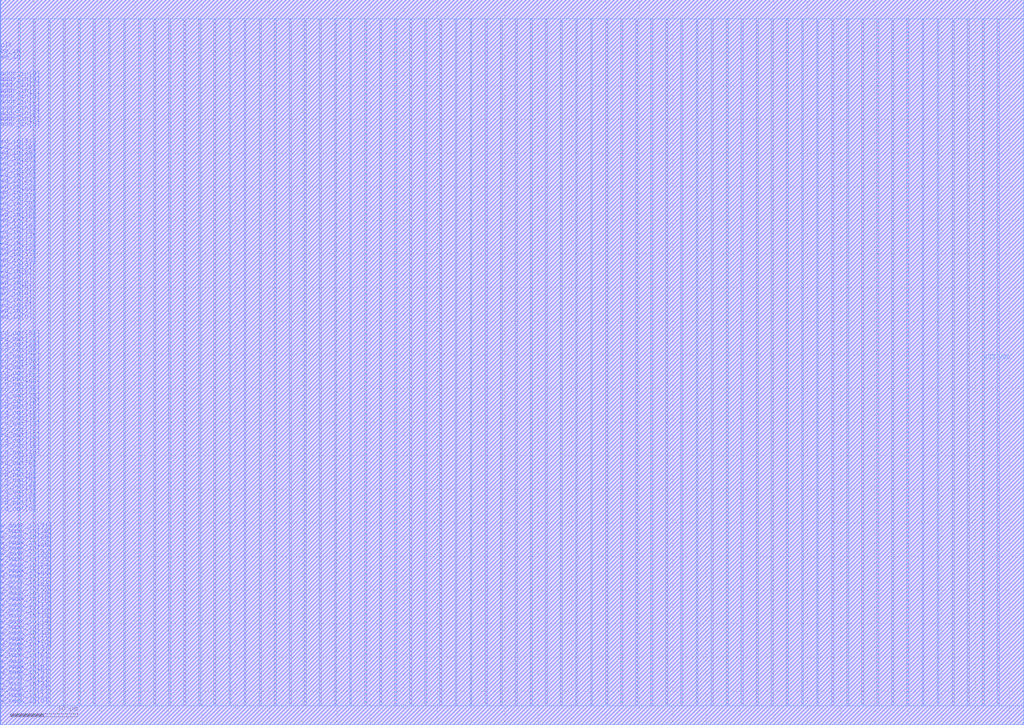
<source format=lef>
VERSION 5.7 ;
BUSBITCHARS "[]" ;
MACRO fakeram45_1024x32_bottom
  FOREIGN fakeram45_1024x32_bottom 0 0 ;
  SYMMETRY X Y R90 ;
  SIZE 152.190 BY 107.800 ;
  CLASS BLOCK ;
  PIN w_mask_in[0]
    DIRECTION INPUT ;
    USE SIGNAL ;
    SHAPE ABUTMENT ;
    PORT
      LAYER metal3 ;
      RECT 0.000 2.800 0.070 2.870 ;
    END
  END w_mask_in[0]
  PIN w_mask_in[1]
    DIRECTION INPUT ;
    USE SIGNAL ;
    SHAPE ABUTMENT ;
    PORT
      LAYER metal3 ;
      RECT 0.000 3.640 0.070 3.710 ;
    END
  END w_mask_in[1]
  PIN w_mask_in[2]
    DIRECTION INPUT ;
    USE SIGNAL ;
    SHAPE ABUTMENT ;
    PORT
      LAYER metal3 ;
      RECT 0.000 4.480 0.070 4.550 ;
    END
  END w_mask_in[2]
  PIN w_mask_in[3]
    DIRECTION INPUT ;
    USE SIGNAL ;
    SHAPE ABUTMENT ;
    PORT
      LAYER metal3 ;
      RECT 0.000 5.320 0.070 5.390 ;
    END
  END w_mask_in[3]
  PIN w_mask_in[4]
    DIRECTION INPUT ;
    USE SIGNAL ;
    SHAPE ABUTMENT ;
    PORT
      LAYER metal3 ;
      RECT 0.000 6.160 0.070 6.230 ;
    END
  END w_mask_in[4]
  PIN w_mask_in[5]
    DIRECTION INPUT ;
    USE SIGNAL ;
    SHAPE ABUTMENT ;
    PORT
      LAYER metal3 ;
      RECT 0.000 7.000 0.070 7.070 ;
    END
  END w_mask_in[5]
  PIN w_mask_in[6]
    DIRECTION INPUT ;
    USE SIGNAL ;
    SHAPE ABUTMENT ;
    PORT
      LAYER metal3 ;
      RECT 0.000 7.840 0.070 7.910 ;
    END
  END w_mask_in[6]
  PIN w_mask_in[7]
    DIRECTION INPUT ;
    USE SIGNAL ;
    SHAPE ABUTMENT ;
    PORT
      LAYER metal3 ;
      RECT 0.000 8.680 0.070 8.750 ;
    END
  END w_mask_in[7]
  PIN w_mask_in[8]
    DIRECTION INPUT ;
    USE SIGNAL ;
    SHAPE ABUTMENT ;
    PORT
      LAYER metal3 ;
      RECT 0.000 9.520 0.070 9.590 ;
    END
  END w_mask_in[8]
  PIN w_mask_in[9]
    DIRECTION INPUT ;
    USE SIGNAL ;
    SHAPE ABUTMENT ;
    PORT
      LAYER metal3 ;
      RECT 0.000 10.360 0.070 10.430 ;
    END
  END w_mask_in[9]
  PIN w_mask_in[10]
    DIRECTION INPUT ;
    USE SIGNAL ;
    SHAPE ABUTMENT ;
    PORT
      LAYER metal3 ;
      RECT 0.000 11.200 0.070 11.270 ;
    END
  END w_mask_in[10]
  PIN w_mask_in[11]
    DIRECTION INPUT ;
    USE SIGNAL ;
    SHAPE ABUTMENT ;
    PORT
      LAYER metal3 ;
      RECT 0.000 12.040 0.070 12.110 ;
    END
  END w_mask_in[11]
  PIN w_mask_in[12]
    DIRECTION INPUT ;
    USE SIGNAL ;
    SHAPE ABUTMENT ;
    PORT
      LAYER metal3 ;
      RECT 0.000 12.880 0.070 12.950 ;
    END
  END w_mask_in[12]
  PIN w_mask_in[13]
    DIRECTION INPUT ;
    USE SIGNAL ;
    SHAPE ABUTMENT ;
    PORT
      LAYER metal3 ;
      RECT 0.000 13.720 0.070 13.790 ;
    END
  END w_mask_in[13]
  PIN w_mask_in[14]
    DIRECTION INPUT ;
    USE SIGNAL ;
    SHAPE ABUTMENT ;
    PORT
      LAYER metal3 ;
      RECT 0.000 14.560 0.070 14.630 ;
    END
  END w_mask_in[14]
  PIN w_mask_in[15]
    DIRECTION INPUT ;
    USE SIGNAL ;
    SHAPE ABUTMENT ;
    PORT
      LAYER metal3 ;
      RECT 0.000 15.400 0.070 15.470 ;
    END
  END w_mask_in[15]
  PIN w_mask_in[16]
    DIRECTION INPUT ;
    USE SIGNAL ;
    SHAPE ABUTMENT ;
    PORT
      LAYER metal3 ;
      RECT 0.000 16.240 0.070 16.310 ;
    END
  END w_mask_in[16]
  PIN w_mask_in[17]
    DIRECTION INPUT ;
    USE SIGNAL ;
    SHAPE ABUTMENT ;
    PORT
      LAYER metal3 ;
      RECT 0.000 17.080 0.070 17.150 ;
    END
  END w_mask_in[17]
  PIN w_mask_in[18]
    DIRECTION INPUT ;
    USE SIGNAL ;
    SHAPE ABUTMENT ;
    PORT
      LAYER metal3 ;
      RECT 0.000 17.920 0.070 17.990 ;
    END
  END w_mask_in[18]
  PIN w_mask_in[19]
    DIRECTION INPUT ;
    USE SIGNAL ;
    SHAPE ABUTMENT ;
    PORT
      LAYER metal3 ;
      RECT 0.000 18.760 0.070 18.830 ;
    END
  END w_mask_in[19]
  PIN w_mask_in[20]
    DIRECTION INPUT ;
    USE SIGNAL ;
    SHAPE ABUTMENT ;
    PORT
      LAYER metal3 ;
      RECT 0.000 19.600 0.070 19.670 ;
    END
  END w_mask_in[20]
  PIN w_mask_in[21]
    DIRECTION INPUT ;
    USE SIGNAL ;
    SHAPE ABUTMENT ;
    PORT
      LAYER metal3 ;
      RECT 0.000 20.440 0.070 20.510 ;
    END
  END w_mask_in[21]
  PIN w_mask_in[22]
    DIRECTION INPUT ;
    USE SIGNAL ;
    SHAPE ABUTMENT ;
    PORT
      LAYER metal3 ;
      RECT 0.000 21.280 0.070 21.350 ;
    END
  END w_mask_in[22]
  PIN w_mask_in[23]
    DIRECTION INPUT ;
    USE SIGNAL ;
    SHAPE ABUTMENT ;
    PORT
      LAYER metal3 ;
      RECT 0.000 22.120 0.070 22.190 ;
    END
  END w_mask_in[23]
  PIN w_mask_in[24]
    DIRECTION INPUT ;
    USE SIGNAL ;
    SHAPE ABUTMENT ;
    PORT
      LAYER metal3 ;
      RECT 0.000 22.960 0.070 23.030 ;
    END
  END w_mask_in[24]
  PIN w_mask_in[25]
    DIRECTION INPUT ;
    USE SIGNAL ;
    SHAPE ABUTMENT ;
    PORT
      LAYER metal3 ;
      RECT 0.000 23.800 0.070 23.870 ;
    END
  END w_mask_in[25]
  PIN w_mask_in[26]
    DIRECTION INPUT ;
    USE SIGNAL ;
    SHAPE ABUTMENT ;
    PORT
      LAYER metal3 ;
      RECT 0.000 24.640 0.070 24.710 ;
    END
  END w_mask_in[26]
  PIN w_mask_in[27]
    DIRECTION INPUT ;
    USE SIGNAL ;
    SHAPE ABUTMENT ;
    PORT
      LAYER metal3 ;
      RECT 0.000 25.480 0.070 25.550 ;
    END
  END w_mask_in[27]
  PIN w_mask_in[28]
    DIRECTION INPUT ;
    USE SIGNAL ;
    SHAPE ABUTMENT ;
    PORT
      LAYER metal3 ;
      RECT 0.000 26.320 0.070 26.390 ;
    END
  END w_mask_in[28]
  PIN w_mask_in[29]
    DIRECTION INPUT ;
    USE SIGNAL ;
    SHAPE ABUTMENT ;
    PORT
      LAYER metal3 ;
      RECT 0.000 27.160 0.070 27.230 ;
    END
  END w_mask_in[29]
  PIN w_mask_in[30]
    DIRECTION INPUT ;
    USE SIGNAL ;
    SHAPE ABUTMENT ;
    PORT
      LAYER metal3 ;
      RECT 0.000 28.000 0.070 28.070 ;
    END
  END w_mask_in[30]
  PIN w_mask_in[31]
    DIRECTION INPUT ;
    USE SIGNAL ;
    SHAPE ABUTMENT ;
    PORT
      LAYER metal3 ;
      RECT 0.000 28.840 0.070 28.910 ;
    END
  END w_mask_in[31]
  PIN rd_out[0]
    DIRECTION OUTPUT ;
    USE SIGNAL ;
    SHAPE ABUTMENT ;
    PORT
      LAYER metal3 ;
      RECT 0.000 31.360 0.070 31.430 ;
    END
  END rd_out[0]
  PIN rd_out[1]
    DIRECTION OUTPUT ;
    USE SIGNAL ;
    SHAPE ABUTMENT ;
    PORT
      LAYER metal3 ;
      RECT 0.000 32.200 0.070 32.270 ;
    END
  END rd_out[1]
  PIN rd_out[2]
    DIRECTION OUTPUT ;
    USE SIGNAL ;
    SHAPE ABUTMENT ;
    PORT
      LAYER metal3 ;
      RECT 0.000 33.040 0.070 33.110 ;
    END
  END rd_out[2]
  PIN rd_out[3]
    DIRECTION OUTPUT ;
    USE SIGNAL ;
    SHAPE ABUTMENT ;
    PORT
      LAYER metal3 ;
      RECT 0.000 33.880 0.070 33.950 ;
    END
  END rd_out[3]
  PIN rd_out[4]
    DIRECTION OUTPUT ;
    USE SIGNAL ;
    SHAPE ABUTMENT ;
    PORT
      LAYER metal3 ;
      RECT 0.000 34.720 0.070 34.790 ;
    END
  END rd_out[4]
  PIN rd_out[5]
    DIRECTION OUTPUT ;
    USE SIGNAL ;
    SHAPE ABUTMENT ;
    PORT
      LAYER metal3 ;
      RECT 0.000 35.560 0.070 35.630 ;
    END
  END rd_out[5]
  PIN rd_out[6]
    DIRECTION OUTPUT ;
    USE SIGNAL ;
    SHAPE ABUTMENT ;
    PORT
      LAYER metal3 ;
      RECT 0.000 36.400 0.070 36.470 ;
    END
  END rd_out[6]
  PIN rd_out[7]
    DIRECTION OUTPUT ;
    USE SIGNAL ;
    SHAPE ABUTMENT ;
    PORT
      LAYER metal3 ;
      RECT 0.000 37.240 0.070 37.310 ;
    END
  END rd_out[7]
  PIN rd_out[8]
    DIRECTION OUTPUT ;
    USE SIGNAL ;
    SHAPE ABUTMENT ;
    PORT
      LAYER metal3 ;
      RECT 0.000 38.080 0.070 38.150 ;
    END
  END rd_out[8]
  PIN rd_out[9]
    DIRECTION OUTPUT ;
    USE SIGNAL ;
    SHAPE ABUTMENT ;
    PORT
      LAYER metal3 ;
      RECT 0.000 38.920 0.070 38.990 ;
    END
  END rd_out[9]
  PIN rd_out[10]
    DIRECTION OUTPUT ;
    USE SIGNAL ;
    SHAPE ABUTMENT ;
    PORT
      LAYER metal3 ;
      RECT 0.000 39.760 0.070 39.830 ;
    END
  END rd_out[10]
  PIN rd_out[11]
    DIRECTION OUTPUT ;
    USE SIGNAL ;
    SHAPE ABUTMENT ;
    PORT
      LAYER metal3 ;
      RECT 0.000 40.600 0.070 40.670 ;
    END
  END rd_out[11]
  PIN rd_out[12]
    DIRECTION OUTPUT ;
    USE SIGNAL ;
    SHAPE ABUTMENT ;
    PORT
      LAYER metal3 ;
      RECT 0.000 41.440 0.070 41.510 ;
    END
  END rd_out[12]
  PIN rd_out[13]
    DIRECTION OUTPUT ;
    USE SIGNAL ;
    SHAPE ABUTMENT ;
    PORT
      LAYER metal3 ;
      RECT 0.000 42.280 0.070 42.350 ;
    END
  END rd_out[13]
  PIN rd_out[14]
    DIRECTION OUTPUT ;
    USE SIGNAL ;
    SHAPE ABUTMENT ;
    PORT
      LAYER metal3 ;
      RECT 0.000 43.120 0.070 43.190 ;
    END
  END rd_out[14]
  PIN rd_out[15]
    DIRECTION OUTPUT ;
    USE SIGNAL ;
    SHAPE ABUTMENT ;
    PORT
      LAYER metal3 ;
      RECT 0.000 43.960 0.070 44.030 ;
    END
  END rd_out[15]
  PIN rd_out[16]
    DIRECTION OUTPUT ;
    USE SIGNAL ;
    SHAPE ABUTMENT ;
    PORT
      LAYER metal3 ;
      RECT 0.000 44.800 0.070 44.870 ;
    END
  END rd_out[16]
  PIN rd_out[17]
    DIRECTION OUTPUT ;
    USE SIGNAL ;
    SHAPE ABUTMENT ;
    PORT
      LAYER metal3 ;
      RECT 0.000 45.640 0.070 45.710 ;
    END
  END rd_out[17]
  PIN rd_out[18]
    DIRECTION OUTPUT ;
    USE SIGNAL ;
    SHAPE ABUTMENT ;
    PORT
      LAYER metal3 ;
      RECT 0.000 46.480 0.070 46.550 ;
    END
  END rd_out[18]
  PIN rd_out[19]
    DIRECTION OUTPUT ;
    USE SIGNAL ;
    SHAPE ABUTMENT ;
    PORT
      LAYER metal3 ;
      RECT 0.000 47.320 0.070 47.390 ;
    END
  END rd_out[19]
  PIN rd_out[20]
    DIRECTION OUTPUT ;
    USE SIGNAL ;
    SHAPE ABUTMENT ;
    PORT
      LAYER metal3 ;
      RECT 0.000 48.160 0.070 48.230 ;
    END
  END rd_out[20]
  PIN rd_out[21]
    DIRECTION OUTPUT ;
    USE SIGNAL ;
    SHAPE ABUTMENT ;
    PORT
      LAYER metal3 ;
      RECT 0.000 49.000 0.070 49.070 ;
    END
  END rd_out[21]
  PIN rd_out[22]
    DIRECTION OUTPUT ;
    USE SIGNAL ;
    SHAPE ABUTMENT ;
    PORT
      LAYER metal3 ;
      RECT 0.000 49.840 0.070 49.910 ;
    END
  END rd_out[22]
  PIN rd_out[23]
    DIRECTION OUTPUT ;
    USE SIGNAL ;
    SHAPE ABUTMENT ;
    PORT
      LAYER metal3 ;
      RECT 0.000 50.680 0.070 50.750 ;
    END
  END rd_out[23]
  PIN rd_out[24]
    DIRECTION OUTPUT ;
    USE SIGNAL ;
    SHAPE ABUTMENT ;
    PORT
      LAYER metal3 ;
      RECT 0.000 51.520 0.070 51.590 ;
    END
  END rd_out[24]
  PIN rd_out[25]
    DIRECTION OUTPUT ;
    USE SIGNAL ;
    SHAPE ABUTMENT ;
    PORT
      LAYER metal3 ;
      RECT 0.000 52.360 0.070 52.430 ;
    END
  END rd_out[25]
  PIN rd_out[26]
    DIRECTION OUTPUT ;
    USE SIGNAL ;
    SHAPE ABUTMENT ;
    PORT
      LAYER metal3 ;
      RECT 0.000 53.200 0.070 53.270 ;
    END
  END rd_out[26]
  PIN rd_out[27]
    DIRECTION OUTPUT ;
    USE SIGNAL ;
    SHAPE ABUTMENT ;
    PORT
      LAYER metal3 ;
      RECT 0.000 54.040 0.070 54.110 ;
    END
  END rd_out[27]
  PIN rd_out[28]
    DIRECTION OUTPUT ;
    USE SIGNAL ;
    SHAPE ABUTMENT ;
    PORT
      LAYER metal3 ;
      RECT 0.000 54.880 0.070 54.950 ;
    END
  END rd_out[28]
  PIN rd_out[29]
    DIRECTION OUTPUT ;
    USE SIGNAL ;
    SHAPE ABUTMENT ;
    PORT
      LAYER metal3 ;
      RECT 0.000 55.720 0.070 55.790 ;
    END
  END rd_out[29]
  PIN rd_out[30]
    DIRECTION OUTPUT ;
    USE SIGNAL ;
    SHAPE ABUTMENT ;
    PORT
      LAYER metal3 ;
      RECT 0.000 56.560 0.070 56.630 ;
    END
  END rd_out[30]
  PIN rd_out[31]
    DIRECTION OUTPUT ;
    USE SIGNAL ;
    SHAPE ABUTMENT ;
    PORT
      LAYER metal3 ;
      RECT 0.000 57.400 0.070 57.470 ;
    END
  END rd_out[31]
  PIN wd_in[0]
    DIRECTION INPUT ;
    USE SIGNAL ;
    SHAPE ABUTMENT ;
    PORT
      LAYER metal3 ;
      RECT 0.000 59.920 0.070 59.990 ;
    END
  END wd_in[0]
  PIN wd_in[1]
    DIRECTION INPUT ;
    USE SIGNAL ;
    SHAPE ABUTMENT ;
    PORT
      LAYER metal3 ;
      RECT 0.000 60.760 0.070 60.830 ;
    END
  END wd_in[1]
  PIN wd_in[2]
    DIRECTION INPUT ;
    USE SIGNAL ;
    SHAPE ABUTMENT ;
    PORT
      LAYER metal3 ;
      RECT 0.000 61.600 0.070 61.670 ;
    END
  END wd_in[2]
  PIN wd_in[3]
    DIRECTION INPUT ;
    USE SIGNAL ;
    SHAPE ABUTMENT ;
    PORT
      LAYER metal3 ;
      RECT 0.000 62.440 0.070 62.510 ;
    END
  END wd_in[3]
  PIN wd_in[4]
    DIRECTION INPUT ;
    USE SIGNAL ;
    SHAPE ABUTMENT ;
    PORT
      LAYER metal3 ;
      RECT 0.000 63.280 0.070 63.350 ;
    END
  END wd_in[4]
  PIN wd_in[5]
    DIRECTION INPUT ;
    USE SIGNAL ;
    SHAPE ABUTMENT ;
    PORT
      LAYER metal3 ;
      RECT 0.000 64.120 0.070 64.190 ;
    END
  END wd_in[5]
  PIN wd_in[6]
    DIRECTION INPUT ;
    USE SIGNAL ;
    SHAPE ABUTMENT ;
    PORT
      LAYER metal3 ;
      RECT 0.000 64.960 0.070 65.030 ;
    END
  END wd_in[6]
  PIN wd_in[7]
    DIRECTION INPUT ;
    USE SIGNAL ;
    SHAPE ABUTMENT ;
    PORT
      LAYER metal3 ;
      RECT 0.000 65.800 0.070 65.870 ;
    END
  END wd_in[7]
  PIN wd_in[8]
    DIRECTION INPUT ;
    USE SIGNAL ;
    SHAPE ABUTMENT ;
    PORT
      LAYER metal3 ;
      RECT 0.000 66.640 0.070 66.710 ;
    END
  END wd_in[8]
  PIN wd_in[9]
    DIRECTION INPUT ;
    USE SIGNAL ;
    SHAPE ABUTMENT ;
    PORT
      LAYER metal3 ;
      RECT 0.000 67.480 0.070 67.550 ;
    END
  END wd_in[9]
  PIN wd_in[10]
    DIRECTION INPUT ;
    USE SIGNAL ;
    SHAPE ABUTMENT ;
    PORT
      LAYER metal3 ;
      RECT 0.000 68.320 0.070 68.390 ;
    END
  END wd_in[10]
  PIN wd_in[11]
    DIRECTION INPUT ;
    USE SIGNAL ;
    SHAPE ABUTMENT ;
    PORT
      LAYER metal3 ;
      RECT 0.000 69.160 0.070 69.230 ;
    END
  END wd_in[11]
  PIN wd_in[12]
    DIRECTION INPUT ;
    USE SIGNAL ;
    SHAPE ABUTMENT ;
    PORT
      LAYER metal3 ;
      RECT 0.000 70.000 0.070 70.070 ;
    END
  END wd_in[12]
  PIN wd_in[13]
    DIRECTION INPUT ;
    USE SIGNAL ;
    SHAPE ABUTMENT ;
    PORT
      LAYER metal3 ;
      RECT 0.000 70.840 0.070 70.910 ;
    END
  END wd_in[13]
  PIN wd_in[14]
    DIRECTION INPUT ;
    USE SIGNAL ;
    SHAPE ABUTMENT ;
    PORT
      LAYER metal3 ;
      RECT 0.000 71.680 0.070 71.750 ;
    END
  END wd_in[14]
  PIN wd_in[15]
    DIRECTION INPUT ;
    USE SIGNAL ;
    SHAPE ABUTMENT ;
    PORT
      LAYER metal3 ;
      RECT 0.000 72.520 0.070 72.590 ;
    END
  END wd_in[15]
  PIN wd_in[16]
    DIRECTION INPUT ;
    USE SIGNAL ;
    SHAPE ABUTMENT ;
    PORT
      LAYER metal3 ;
      RECT 0.000 73.360 0.070 73.430 ;
    END
  END wd_in[16]
  PIN wd_in[17]
    DIRECTION INPUT ;
    USE SIGNAL ;
    SHAPE ABUTMENT ;
    PORT
      LAYER metal3 ;
      RECT 0.000 74.200 0.070 74.270 ;
    END
  END wd_in[17]
  PIN wd_in[18]
    DIRECTION INPUT ;
    USE SIGNAL ;
    SHAPE ABUTMENT ;
    PORT
      LAYER metal3 ;
      RECT 0.000 75.040 0.070 75.110 ;
    END
  END wd_in[18]
  PIN wd_in[19]
    DIRECTION INPUT ;
    USE SIGNAL ;
    SHAPE ABUTMENT ;
    PORT
      LAYER metal3 ;
      RECT 0.000 75.880 0.070 75.950 ;
    END
  END wd_in[19]
  PIN wd_in[20]
    DIRECTION INPUT ;
    USE SIGNAL ;
    SHAPE ABUTMENT ;
    PORT
      LAYER metal3 ;
      RECT 0.000 76.720 0.070 76.790 ;
    END
  END wd_in[20]
  PIN wd_in[21]
    DIRECTION INPUT ;
    USE SIGNAL ;
    SHAPE ABUTMENT ;
    PORT
      LAYER metal3 ;
      RECT 0.000 77.560 0.070 77.630 ;
    END
  END wd_in[21]
  PIN wd_in[22]
    DIRECTION INPUT ;
    USE SIGNAL ;
    SHAPE ABUTMENT ;
    PORT
      LAYER metal3 ;
      RECT 0.000 78.400 0.070 78.470 ;
    END
  END wd_in[22]
  PIN wd_in[23]
    DIRECTION INPUT ;
    USE SIGNAL ;
    SHAPE ABUTMENT ;
    PORT
      LAYER metal3 ;
      RECT 0.000 79.240 0.070 79.310 ;
    END
  END wd_in[23]
  PIN wd_in[24]
    DIRECTION INPUT ;
    USE SIGNAL ;
    SHAPE ABUTMENT ;
    PORT
      LAYER metal3 ;
      RECT 0.000 80.080 0.070 80.150 ;
    END
  END wd_in[24]
  PIN wd_in[25]
    DIRECTION INPUT ;
    USE SIGNAL ;
    SHAPE ABUTMENT ;
    PORT
      LAYER metal3 ;
      RECT 0.000 80.920 0.070 80.990 ;
    END
  END wd_in[25]
  PIN wd_in[26]
    DIRECTION INPUT ;
    USE SIGNAL ;
    SHAPE ABUTMENT ;
    PORT
      LAYER metal3 ;
      RECT 0.000 81.760 0.070 81.830 ;
    END
  END wd_in[26]
  PIN wd_in[27]
    DIRECTION INPUT ;
    USE SIGNAL ;
    SHAPE ABUTMENT ;
    PORT
      LAYER metal3 ;
      RECT 0.000 82.600 0.070 82.670 ;
    END
  END wd_in[27]
  PIN wd_in[28]
    DIRECTION INPUT ;
    USE SIGNAL ;
    SHAPE ABUTMENT ;
    PORT
      LAYER metal3 ;
      RECT 0.000 83.440 0.070 83.510 ;
    END
  END wd_in[28]
  PIN wd_in[29]
    DIRECTION INPUT ;
    USE SIGNAL ;
    SHAPE ABUTMENT ;
    PORT
      LAYER metal3 ;
      RECT 0.000 84.280 0.070 84.350 ;
    END
  END wd_in[29]
  PIN wd_in[30]
    DIRECTION INPUT ;
    USE SIGNAL ;
    SHAPE ABUTMENT ;
    PORT
      LAYER metal3 ;
      RECT 0.000 85.120 0.070 85.190 ;
    END
  END wd_in[30]
  PIN wd_in[31]
    DIRECTION INPUT ;
    USE SIGNAL ;
    SHAPE ABUTMENT ;
    PORT
      LAYER metal3 ;
      RECT 0.000 85.960 0.070 86.030 ;
    END
  END wd_in[31]
  PIN addr_in[0]
    DIRECTION INPUT ;
    USE SIGNAL ;
    SHAPE ABUTMENT ;
    PORT
      LAYER metal3 ;
      RECT 0.000 88.480 0.070 88.550 ;
    END
  END addr_in[0]
  PIN addr_in[1]
    DIRECTION INPUT ;
    USE SIGNAL ;
    SHAPE ABUTMENT ;
    PORT
      LAYER metal3 ;
      RECT 0.000 89.320 0.070 89.390 ;
    END
  END addr_in[1]
  PIN addr_in[2]
    DIRECTION INPUT ;
    USE SIGNAL ;
    SHAPE ABUTMENT ;
    PORT
      LAYER metal3 ;
      RECT 0.000 90.160 0.070 90.230 ;
    END
  END addr_in[2]
  PIN addr_in[3]
    DIRECTION INPUT ;
    USE SIGNAL ;
    SHAPE ABUTMENT ;
    PORT
      LAYER metal3 ;
      RECT 0.000 91.000 0.070 91.070 ;
    END
  END addr_in[3]
  PIN addr_in[4]
    DIRECTION INPUT ;
    USE SIGNAL ;
    SHAPE ABUTMENT ;
    PORT
      LAYER metal3 ;
      RECT 0.000 91.840 0.070 91.910 ;
    END
  END addr_in[4]
  PIN addr_in[5]
    DIRECTION INPUT ;
    USE SIGNAL ;
    SHAPE ABUTMENT ;
    PORT
      LAYER metal3 ;
      RECT 0.000 92.680 0.070 92.750 ;
    END
  END addr_in[5]
  PIN addr_in[6]
    DIRECTION INPUT ;
    USE SIGNAL ;
    SHAPE ABUTMENT ;
    PORT
      LAYER metal3 ;
      RECT 0.000 93.520 0.070 93.590 ;
    END
  END addr_in[6]
  PIN addr_in[7]
    DIRECTION INPUT ;
    USE SIGNAL ;
    SHAPE ABUTMENT ;
    PORT
      LAYER metal3 ;
      RECT 0.000 94.360 0.070 94.430 ;
    END
  END addr_in[7]
  PIN addr_in[8]
    DIRECTION INPUT ;
    USE SIGNAL ;
    SHAPE ABUTMENT ;
    PORT
      LAYER metal3 ;
      RECT 0.000 95.200 0.070 95.270 ;
    END
  END addr_in[8]
  PIN addr_in[9]
    DIRECTION INPUT ;
    USE SIGNAL ;
    SHAPE ABUTMENT ;
    PORT
      LAYER metal3 ;
      RECT 0.000 96.040 0.070 96.110 ;
    END
  END addr_in[9]
  PIN we_in
    DIRECTION INPUT ;
    USE SIGNAL ;
    SHAPE ABUTMENT ;
    PORT
      LAYER metal3 ;
      RECT 0.000 98.560 0.070 98.630 ;
    END
  END we_in
  PIN ce_in
    DIRECTION INPUT ;
    USE SIGNAL ;
    SHAPE ABUTMENT ;
    PORT
      LAYER metal3 ;
      RECT 0.000 99.400 0.070 99.470 ;
    END
  END ce_in
  PIN clk
    DIRECTION INPUT ;
    USE SIGNAL ;
    SHAPE ABUTMENT ;
    PORT
      LAYER metal3 ;
      RECT 0.000 100.240 0.070 100.310 ;
    END
  END clk
  PIN VSS
    DIRECTION INOUT ;
    USE GROUND ;
    PORT
      LAYER metal4 ;
      RECT 2.660 2.800 2.940 105.000 ;
      RECT 7.140 2.800 7.420 105.000 ;
      RECT 11.620 2.800 11.900 105.000 ;
      RECT 16.100 2.800 16.380 105.000 ;
      RECT 20.580 2.800 20.860 105.000 ;
      RECT 25.060 2.800 25.340 105.000 ;
      RECT 29.540 2.800 29.820 105.000 ;
      RECT 34.020 2.800 34.300 105.000 ;
      RECT 38.500 2.800 38.780 105.000 ;
      RECT 42.980 2.800 43.260 105.000 ;
      RECT 47.460 2.800 47.740 105.000 ;
      RECT 51.940 2.800 52.220 105.000 ;
      RECT 56.420 2.800 56.700 105.000 ;
      RECT 60.900 2.800 61.180 105.000 ;
      RECT 65.380 2.800 65.660 105.000 ;
      RECT 69.860 2.800 70.140 105.000 ;
      RECT 74.340 2.800 74.620 105.000 ;
      RECT 78.820 2.800 79.100 105.000 ;
      RECT 83.300 2.800 83.580 105.000 ;
      RECT 87.780 2.800 88.060 105.000 ;
      RECT 92.260 2.800 92.540 105.000 ;
      RECT 96.740 2.800 97.020 105.000 ;
      RECT 101.220 2.800 101.500 105.000 ;
      RECT 105.700 2.800 105.980 105.000 ;
      RECT 110.180 2.800 110.460 105.000 ;
      RECT 114.660 2.800 114.940 105.000 ;
      RECT 119.140 2.800 119.420 105.000 ;
      RECT 123.620 2.800 123.900 105.000 ;
      RECT 128.100 2.800 128.380 105.000 ;
      RECT 132.580 2.800 132.860 105.000 ;
      RECT 137.060 2.800 137.340 105.000 ;
      RECT 141.540 2.800 141.820 105.000 ;
      RECT 146.020 2.800 146.300 105.000 ;
    END
  END VSS
  PIN VDD
    DIRECTION INOUT ;
    USE POWER ;
    PORT
      LAYER metal4 ;
      RECT 4.900 2.800 5.180 105.000 ;
      RECT 9.380 2.800 9.660 105.000 ;
      RECT 13.860 2.800 14.140 105.000 ;
      RECT 18.340 2.800 18.620 105.000 ;
      RECT 22.820 2.800 23.100 105.000 ;
      RECT 27.300 2.800 27.580 105.000 ;
      RECT 31.780 2.800 32.060 105.000 ;
      RECT 36.260 2.800 36.540 105.000 ;
      RECT 40.740 2.800 41.020 105.000 ;
      RECT 45.220 2.800 45.500 105.000 ;
      RECT 49.700 2.800 49.980 105.000 ;
      RECT 54.180 2.800 54.460 105.000 ;
      RECT 58.660 2.800 58.940 105.000 ;
      RECT 63.140 2.800 63.420 105.000 ;
      RECT 67.620 2.800 67.900 105.000 ;
      RECT 72.100 2.800 72.380 105.000 ;
      RECT 76.580 2.800 76.860 105.000 ;
      RECT 81.060 2.800 81.340 105.000 ;
      RECT 85.540 2.800 85.820 105.000 ;
      RECT 90.020 2.800 90.300 105.000 ;
      RECT 94.500 2.800 94.780 105.000 ;
      RECT 98.980 2.800 99.260 105.000 ;
      RECT 103.460 2.800 103.740 105.000 ;
      RECT 107.940 2.800 108.220 105.000 ;
      RECT 112.420 2.800 112.700 105.000 ;
      RECT 116.900 2.800 117.180 105.000 ;
      RECT 121.380 2.800 121.660 105.000 ;
      RECT 125.860 2.800 126.140 105.000 ;
      RECT 130.340 2.800 130.620 105.000 ;
      RECT 134.820 2.800 135.100 105.000 ;
      RECT 139.300 2.800 139.580 105.000 ;
      RECT 143.780 2.800 144.060 105.000 ;
      RECT 148.260 2.800 148.540 105.000 ;
    END
  END VDD
  OBS
    LAYER metal1 ;
    RECT 0 0 152.190 107.800 ;
    LAYER metal2 ;
    RECT 0 0 152.190 107.800 ;
    LAYER metal3 ;
    RECT 0.070 0 152.190 107.800 ;
    RECT 0 0.000 0.070 2.800 ;
    RECT 0 2.870 0.070 3.640 ;
    RECT 0 3.710 0.070 4.480 ;
    RECT 0 4.550 0.070 5.320 ;
    RECT 0 5.390 0.070 6.160 ;
    RECT 0 6.230 0.070 7.000 ;
    RECT 0 7.070 0.070 7.840 ;
    RECT 0 7.910 0.070 8.680 ;
    RECT 0 8.750 0.070 9.520 ;
    RECT 0 9.590 0.070 10.360 ;
    RECT 0 10.430 0.070 11.200 ;
    RECT 0 11.270 0.070 12.040 ;
    RECT 0 12.110 0.070 12.880 ;
    RECT 0 12.950 0.070 13.720 ;
    RECT 0 13.790 0.070 14.560 ;
    RECT 0 14.630 0.070 15.400 ;
    RECT 0 15.470 0.070 16.240 ;
    RECT 0 16.310 0.070 17.080 ;
    RECT 0 17.150 0.070 17.920 ;
    RECT 0 17.990 0.070 18.760 ;
    RECT 0 18.830 0.070 19.600 ;
    RECT 0 19.670 0.070 20.440 ;
    RECT 0 20.510 0.070 21.280 ;
    RECT 0 21.350 0.070 22.120 ;
    RECT 0 22.190 0.070 22.960 ;
    RECT 0 23.030 0.070 23.800 ;
    RECT 0 23.870 0.070 24.640 ;
    RECT 0 24.710 0.070 25.480 ;
    RECT 0 25.550 0.070 26.320 ;
    RECT 0 26.390 0.070 27.160 ;
    RECT 0 27.230 0.070 28.000 ;
    RECT 0 28.070 0.070 28.840 ;
    RECT 0 28.910 0.070 31.360 ;
    RECT 0 31.430 0.070 32.200 ;
    RECT 0 32.270 0.070 33.040 ;
    RECT 0 33.110 0.070 33.880 ;
    RECT 0 33.950 0.070 34.720 ;
    RECT 0 34.790 0.070 35.560 ;
    RECT 0 35.630 0.070 36.400 ;
    RECT 0 36.470 0.070 37.240 ;
    RECT 0 37.310 0.070 38.080 ;
    RECT 0 38.150 0.070 38.920 ;
    RECT 0 38.990 0.070 39.760 ;
    RECT 0 39.830 0.070 40.600 ;
    RECT 0 40.670 0.070 41.440 ;
    RECT 0 41.510 0.070 42.280 ;
    RECT 0 42.350 0.070 43.120 ;
    RECT 0 43.190 0.070 43.960 ;
    RECT 0 44.030 0.070 44.800 ;
    RECT 0 44.870 0.070 45.640 ;
    RECT 0 45.710 0.070 46.480 ;
    RECT 0 46.550 0.070 47.320 ;
    RECT 0 47.390 0.070 48.160 ;
    RECT 0 48.230 0.070 49.000 ;
    RECT 0 49.070 0.070 49.840 ;
    RECT 0 49.910 0.070 50.680 ;
    RECT 0 50.750 0.070 51.520 ;
    RECT 0 51.590 0.070 52.360 ;
    RECT 0 52.430 0.070 53.200 ;
    RECT 0 53.270 0.070 54.040 ;
    RECT 0 54.110 0.070 54.880 ;
    RECT 0 54.950 0.070 55.720 ;
    RECT 0 55.790 0.070 56.560 ;
    RECT 0 56.630 0.070 57.400 ;
    RECT 0 57.470 0.070 59.920 ;
    RECT 0 59.990 0.070 60.760 ;
    RECT 0 60.830 0.070 61.600 ;
    RECT 0 61.670 0.070 62.440 ;
    RECT 0 62.510 0.070 63.280 ;
    RECT 0 63.350 0.070 64.120 ;
    RECT 0 64.190 0.070 64.960 ;
    RECT 0 65.030 0.070 65.800 ;
    RECT 0 65.870 0.070 66.640 ;
    RECT 0 66.710 0.070 67.480 ;
    RECT 0 67.550 0.070 68.320 ;
    RECT 0 68.390 0.070 69.160 ;
    RECT 0 69.230 0.070 70.000 ;
    RECT 0 70.070 0.070 70.840 ;
    RECT 0 70.910 0.070 71.680 ;
    RECT 0 71.750 0.070 72.520 ;
    RECT 0 72.590 0.070 73.360 ;
    RECT 0 73.430 0.070 74.200 ;
    RECT 0 74.270 0.070 75.040 ;
    RECT 0 75.110 0.070 75.880 ;
    RECT 0 75.950 0.070 76.720 ;
    RECT 0 76.790 0.070 77.560 ;
    RECT 0 77.630 0.070 78.400 ;
    RECT 0 78.470 0.070 79.240 ;
    RECT 0 79.310 0.070 80.080 ;
    RECT 0 80.150 0.070 80.920 ;
    RECT 0 80.990 0.070 81.760 ;
    RECT 0 81.830 0.070 82.600 ;
    RECT 0 82.670 0.070 83.440 ;
    RECT 0 83.510 0.070 84.280 ;
    RECT 0 84.350 0.070 85.120 ;
    RECT 0 85.190 0.070 85.960 ;
    RECT 0 86.030 0.070 88.480 ;
    RECT 0 88.550 0.070 89.320 ;
    RECT 0 89.390 0.070 90.160 ;
    RECT 0 90.230 0.070 91.000 ;
    RECT 0 91.070 0.070 91.840 ;
    RECT 0 91.910 0.070 92.680 ;
    RECT 0 92.750 0.070 93.520 ;
    RECT 0 93.590 0.070 94.360 ;
    RECT 0 94.430 0.070 95.200 ;
    RECT 0 95.270 0.070 96.040 ;
    RECT 0 96.110 0.070 98.560 ;
    RECT 0 98.630 0.070 99.400 ;
    RECT 0 99.470 0.070 100.240 ;
    RECT 0 100.310 0.070 107.800 ;
    LAYER metal4 ;
    RECT 0 0 152.190 2.800 ;
    RECT 0 105.000 152.190 107.800 ;
    RECT 0.000 2.800 2.660 105.000 ;
    RECT 2.940 2.800 4.900 105.000 ;
    RECT 5.180 2.800 7.140 105.000 ;
    RECT 7.420 2.800 9.380 105.000 ;
    RECT 9.660 2.800 11.620 105.000 ;
    RECT 11.900 2.800 13.860 105.000 ;
    RECT 14.140 2.800 16.100 105.000 ;
    RECT 16.380 2.800 18.340 105.000 ;
    RECT 18.620 2.800 20.580 105.000 ;
    RECT 20.860 2.800 22.820 105.000 ;
    RECT 23.100 2.800 25.060 105.000 ;
    RECT 25.340 2.800 27.300 105.000 ;
    RECT 27.580 2.800 29.540 105.000 ;
    RECT 29.820 2.800 31.780 105.000 ;
    RECT 32.060 2.800 34.020 105.000 ;
    RECT 34.300 2.800 36.260 105.000 ;
    RECT 36.540 2.800 38.500 105.000 ;
    RECT 38.780 2.800 40.740 105.000 ;
    RECT 41.020 2.800 42.980 105.000 ;
    RECT 43.260 2.800 45.220 105.000 ;
    RECT 45.500 2.800 47.460 105.000 ;
    RECT 47.740 2.800 49.700 105.000 ;
    RECT 49.980 2.800 51.940 105.000 ;
    RECT 52.220 2.800 54.180 105.000 ;
    RECT 54.460 2.800 56.420 105.000 ;
    RECT 56.700 2.800 58.660 105.000 ;
    RECT 58.940 2.800 60.900 105.000 ;
    RECT 61.180 2.800 63.140 105.000 ;
    RECT 63.420 2.800 65.380 105.000 ;
    RECT 65.660 2.800 67.620 105.000 ;
    RECT 67.900 2.800 69.860 105.000 ;
    RECT 70.140 2.800 72.100 105.000 ;
    RECT 72.380 2.800 74.340 105.000 ;
    RECT 74.620 2.800 76.580 105.000 ;
    RECT 76.860 2.800 78.820 105.000 ;
    RECT 79.100 2.800 81.060 105.000 ;
    RECT 81.340 2.800 83.300 105.000 ;
    RECT 83.580 2.800 85.540 105.000 ;
    RECT 85.820 2.800 87.780 105.000 ;
    RECT 88.060 2.800 90.020 105.000 ;
    RECT 90.300 2.800 92.260 105.000 ;
    RECT 92.540 2.800 94.500 105.000 ;
    RECT 94.780 2.800 96.740 105.000 ;
    RECT 97.020 2.800 98.980 105.000 ;
    RECT 99.260 2.800 101.220 105.000 ;
    RECT 101.500 2.800 103.460 105.000 ;
    RECT 103.740 2.800 105.700 105.000 ;
    RECT 105.980 2.800 107.940 105.000 ;
    RECT 108.220 2.800 110.180 105.000 ;
    RECT 110.460 2.800 112.420 105.000 ;
    RECT 112.700 2.800 114.660 105.000 ;
    RECT 114.940 2.800 116.900 105.000 ;
    RECT 117.180 2.800 119.140 105.000 ;
    RECT 119.420 2.800 121.380 105.000 ;
    RECT 121.660 2.800 123.620 105.000 ;
    RECT 123.900 2.800 125.860 105.000 ;
    RECT 126.140 2.800 128.100 105.000 ;
    RECT 128.380 2.800 130.340 105.000 ;
    RECT 130.620 2.800 132.580 105.000 ;
    RECT 132.860 2.800 134.820 105.000 ;
    RECT 135.100 2.800 137.060 105.000 ;
    RECT 137.340 2.800 139.300 105.000 ;
    RECT 139.580 2.800 141.540 105.000 ;
    RECT 141.820 2.800 143.780 105.000 ;
    RECT 144.060 2.800 146.020 105.000 ;
    RECT 146.300 2.800 148.260 105.000 ;
    RECT 148.540 2.800 152.190 105.000 ;
  END
END fakeram45_1024x32_bottom

END LIBRARY

</source>
